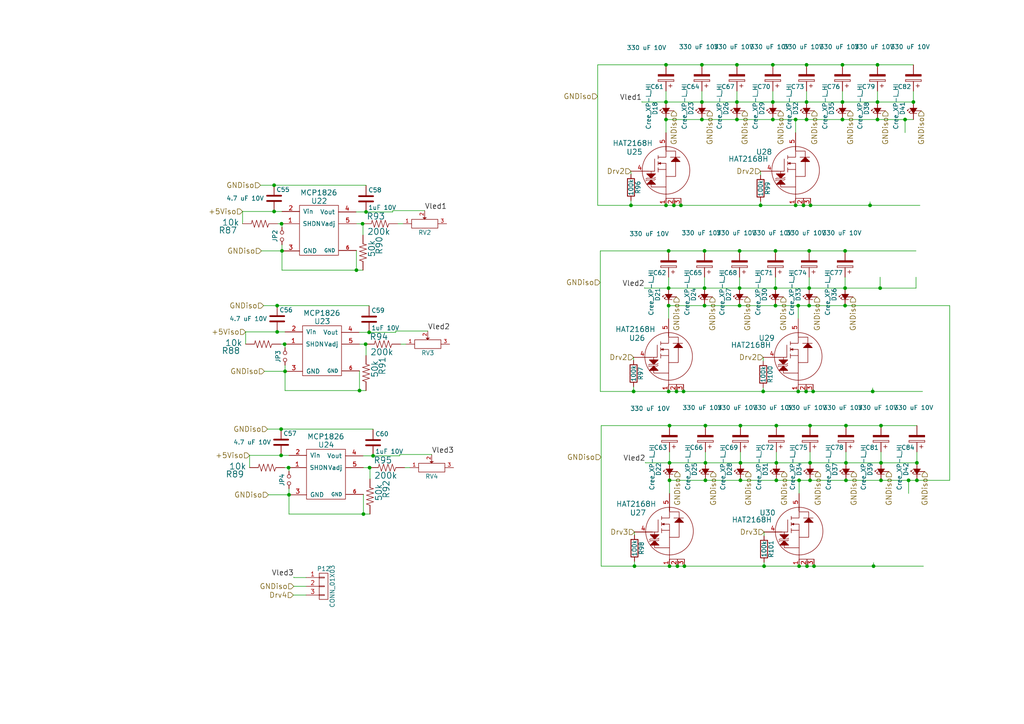
<source format=kicad_sch>
(kicad_sch (version 20230121) (generator eeschema)
  (paper "A4")
  (junction (at 193.929 72.771))
  (junction (at 213.741 34.671))
  (junction (at 83.693 135.636))
  (junction (at 224.917 72.771))
  (junction (at 265.938 134.239))
  (junction (at 193.167 59.563))
  (junction (at 230.759 59.563))
  (junction (at 203.581 34.671))
  (junction (at 213.741 29.591))
  (junction (at 230.759 34.671))
  (junction (at 107.061 96.393))
  (junction (at 220.599 59.563))
  (junction (at 198.501 164.211))
  (junction (at 196.215 113.538))
  (junction (at 233.934 34.671))
  (junction (at 233.934 29.591))
  (junction (at 234.95 139.319))
  (junction (at 106.045 99.822))
  (junction (at 195.453 59.563))
  (junction (at 245.11 88.646))
  (junction (at 193.929 83.566))
  (junction (at 224.155 29.591))
  (junction (at 262.509 34.671))
  (junction (at 204.343 88.646))
  (junction (at 81.534 132.08))
  (junction (at 263.525 139.319))
  (junction (at 204.597 123.444))
  (junction (at 194.183 139.319))
  (junction (at 252.349 59.563))
  (junction (at 234.95 123.444))
  (junction (at 79.502 53.721))
  (junction (at 225.171 134.239))
  (junction (at 214.503 83.566))
  (junction (at 253.365 164.211))
  (junction (at 193.929 113.538))
  (junction (at 193.929 88.646))
  (junction (at 83.82 143.51))
  (junction (at 255.524 123.444))
  (junction (at 213.741 18.796))
  (junction (at 214.757 139.319))
  (junction (at 231.521 88.646))
  (junction (at 231.775 139.319))
  (junction (at 108.204 132.207))
  (junction (at 204.597 139.319))
  (junction (at 107.188 135.636))
  (junction (at 255.524 134.239))
  (junction (at 244.348 18.796))
  (junction (at 234.061 164.211))
  (junction (at 245.364 134.239))
  (junction (at 81.788 72.771))
  (junction (at 183.007 59.563))
  (junction (at 193.167 18.796))
  (junction (at 255.27 83.566))
  (junction (at 105.41 149.098))
  (junction (at 204.343 83.566))
  (junction (at 224.155 34.671))
  (junction (at 105.156 64.897))
  (junction (at 103.378 78.359))
  (junction (at 194.183 123.444))
  (junction (at 231.775 164.211))
  (junction (at 234.696 72.771))
  (junction (at 81.534 124.46))
  (junction (at 82.55 99.822))
  (junction (at 221.361 113.538))
  (junction (at 194.183 134.239))
  (junction (at 80.391 96.266))
  (junction (at 233.045 59.563))
  (junction (at 253.111 113.538))
  (junction (at 264.922 29.591))
  (junction (at 234.95 134.239))
  (junction (at 255.524 139.319))
  (junction (at 245.11 83.566))
  (junction (at 203.581 18.796))
  (junction (at 79.502 61.341))
  (junction (at 104.267 113.284))
  (junction (at 81.661 64.897))
  (junction (at 225.171 123.444))
  (junction (at 80.391 88.646))
  (junction (at 193.167 34.671))
  (junction (at 214.503 88.646))
  (junction (at 197.485 59.563))
  (junction (at 221.615 164.211))
  (junction (at 194.183 164.211))
  (junction (at 204.343 72.771))
  (junction (at 236.093 164.211))
  (junction (at 235.077 59.563))
  (junction (at 196.469 164.211))
  (junction (at 265.938 139.319))
  (junction (at 214.757 134.239))
  (junction (at 193.167 29.591))
  (junction (at 106.172 61.468))
  (junction (at 231.521 113.538))
  (junction (at 235.839 113.538))
  (junction (at 245.364 123.444))
  (junction (at 204.597 134.239))
  (junction (at 233.807 113.538))
  (junction (at 225.171 139.319))
  (junction (at 203.581 29.591))
  (junction (at 82.677 107.696))
  (junction (at 214.757 123.444))
  (junction (at 234.696 88.646))
  (junction (at 224.917 83.566))
  (junction (at 214.503 72.771))
  (junction (at 244.348 34.671))
  (junction (at 245.364 139.319))
  (junction (at 233.934 18.796))
  (junction (at 224.155 18.796))
  (junction (at 224.917 88.646))
  (junction (at 183.769 113.538))
  (junction (at 254.508 18.796))
  (junction (at 234.696 83.566))
  (junction (at 254.508 34.671))
  (junction (at 198.247 113.538))
  (junction (at 244.348 29.591))
  (junction (at 184.023 164.211))
  (junction (at 245.11 72.771))
  (junction (at 254.508 29.591))
  (wire (pts (xy 174.371 164.211) (xy 184.023 164.211)))
  (wire (pts (xy 72.39 135.636) (xy 72.39 132.08)))
  (wire (pts (xy 231.521 113.538) (xy 233.807 113.538)))
  (wire (pts (xy 103.378 78.359) (xy 105.283 78.359)))
  (wire (pts (xy 235.839 113.538) (xy 253.111 113.538)))
  (wire (pts (xy 231.775 139.319) (xy 234.95 139.319)))
  (wire (pts (xy 234.696 83.566) (xy 245.11 83.566)))
  (wire (pts (xy 245.11 88.646) (xy 275.463 88.646)))
  (wire (pts (xy 104.267 99.822) (xy 106.045 99.822)))
  (wire (pts (xy 82.677 113.284) (xy 104.267 113.284)))
  (wire (pts (xy 275.463 139.319) (xy 275.463 88.646)))
  (wire (pts (xy 233.934 26.416) (xy 233.934 29.591)))
  (wire (pts (xy 204.597 139.319) (xy 214.757 139.319)))
  (wire (pts (xy 193.167 18.796) (xy 203.581 18.796)))
  (wire (pts (xy 245.364 123.444) (xy 255.524 123.444)))
  (wire (pts (xy 81.534 132.08) (xy 83.82 132.08)))
  (wire (pts (xy 193.929 83.566) (xy 204.343 83.566)))
  (wire (pts (xy 263.525 139.319) (xy 265.938 139.319)))
  (wire (pts (xy 173.355 59.563) (xy 183.007 59.563)))
  (wire (pts (xy 118.872 135.636) (xy 117.348 135.636)))
  (wire (pts (xy 197.485 59.563) (xy 220.599 59.563)))
  (wire (pts (xy 81.407 99.822) (xy 82.55 99.822)))
  (wire (pts (xy 233.934 34.671) (xy 244.348 34.671)))
  (wire (pts (xy 184.023 154.305) (xy 184.023 155.194)))
  (wire (pts (xy 88.773 172.593) (xy 85.09 172.593)))
  (wire (pts (xy 194.183 164.211) (xy 196.469 164.211)))
  (wire (pts (xy 265.684 83.566) (xy 265.684 80.391)))
  (wire (pts (xy 253.365 164.211) (xy 267.843 164.211)))
  (wire (pts (xy 183.007 59.563) (xy 193.167 59.563)))
  (wire (pts (xy 204.343 88.646) (xy 214.503 88.646)))
  (wire (pts (xy 224.155 29.591) (xy 233.934 29.591)))
  (wire (pts (xy 194.183 134.239) (xy 194.183 131.064)))
  (wire (pts (xy 236.093 164.211) (xy 253.365 164.211)))
  (wire (pts (xy 224.155 34.671) (xy 230.759 34.671)))
  (wire (pts (xy 83.82 143.51) (xy 83.82 149.098)))
  (wire (pts (xy 214.503 80.391) (xy 214.503 83.566)))
  (wire (pts (xy 81.788 72.771) (xy 81.788 78.359)))
  (wire (pts (xy 225.171 134.239) (xy 234.95 134.239)))
  (wire (pts (xy 255.27 83.566) (xy 265.684 83.566)))
  (wire (pts (xy 234.95 123.444) (xy 245.364 123.444)))
  (wire (pts (xy 214.503 83.566) (xy 224.917 83.566)))
  (wire (pts (xy 79.502 53.721) (xy 106.172 53.721)))
  (wire (pts (xy 85.217 167.513) (xy 85.217 167.386)))
  (wire (pts (xy 71.247 96.266) (xy 80.391 96.266)))
  (wire (pts (xy 221.361 113.538) (xy 231.521 113.538)))
  (wire (pts (xy 255.27 80.391) (xy 255.27 83.566)))
  (wire (pts (xy 244.348 26.416) (xy 244.348 29.591)))
  (wire (pts (xy 107.315 135.636) (xy 107.315 138.938)))
  (wire (pts (xy 174.117 72.771) (xy 174.117 113.538)))
  (wire (pts (xy 104.267 113.284) (xy 106.172 113.284)))
  (wire (pts (xy 204.343 72.771) (xy 214.503 72.771)))
  (wire (pts (xy 234.696 80.391) (xy 234.696 83.566)))
  (wire (pts (xy 224.917 83.566) (xy 234.696 83.566)))
  (wire (pts (xy 108.204 124.46) (xy 108.204 124.587)))
  (wire (pts (xy 214.757 123.444) (xy 225.171 123.444)))
  (wire (pts (xy 105.156 64.897) (xy 105.283 64.897)))
  (wire (pts (xy 244.348 18.796) (xy 254.508 18.796)))
  (wire (pts (xy 103.251 61.468) (xy 106.172 61.468)))
  (wire (pts (xy 245.364 134.239) (xy 255.524 134.239)))
  (wire (pts (xy 221.361 112.395) (xy 221.361 113.538)))
  (wire (pts (xy 253.111 112.522) (xy 253.111 113.538)))
  (wire (pts (xy 113.919 61.087) (xy 123.19 61.087)))
  (wire (pts (xy 254.508 26.416) (xy 254.508 29.591)))
  (wire (pts (xy 198.247 113.538) (xy 221.361 113.538)))
  (wire (pts (xy 254.508 29.591) (xy 264.922 29.591)))
  (wire (pts (xy 174.117 113.538) (xy 183.769 113.538)))
  (wire (pts (xy 214.503 72.771) (xy 224.917 72.771)))
  (wire (pts (xy 70.358 61.341) (xy 79.502 61.341)))
  (wire (pts (xy 194.183 139.319) (xy 194.183 143.129)))
  (wire (pts (xy 116.84 64.897) (xy 115.316 64.897)))
  (wire (pts (xy 196.469 164.211) (xy 198.501 164.211)))
  (wire (pts (xy 174.371 123.444) (xy 194.183 123.444)))
  (wire (pts (xy 81.661 64.897) (xy 81.788 64.897)))
  (wire (pts (xy 213.741 34.671) (xy 224.155 34.671)))
  (wire (pts (xy 105.41 143.383) (xy 105.41 149.098)))
  (wire (pts (xy 81.788 64.897) (xy 81.788 65.913)))
  (wire (pts (xy 193.929 113.538) (xy 196.215 113.538)))
  (wire (pts (xy 187.198 134.239) (xy 194.183 134.239)))
  (wire (pts (xy 183.769 113.538) (xy 193.929 113.538)))
  (wire (pts (xy 193.929 72.771) (xy 204.343 72.771)))
  (wire (pts (xy 114.808 96.393) (xy 114.808 96.012)))
  (wire (pts (xy 234.696 88.646) (xy 245.11 88.646)))
  (wire (pts (xy 263.525 139.319) (xy 263.525 143.129)))
  (wire (pts (xy 231.521 88.646) (xy 231.521 92.456)))
  (wire (pts (xy 221.615 163.068) (xy 221.615 164.211)))
  (wire (pts (xy 231.521 88.646) (xy 234.696 88.646)))
  (wire (pts (xy 220.599 59.563) (xy 230.759 59.563)))
  (wire (pts (xy 173.355 18.796) (xy 193.167 18.796)))
  (wire (pts (xy 221.361 103.632) (xy 221.361 104.775)))
  (wire (pts (xy 105.41 135.636) (xy 107.188 135.636)))
  (wire (pts (xy 77.597 124.46) (xy 81.534 124.46)))
  (wire (pts (xy 85.217 170.053) (xy 88.773 170.053)))
  (wire (pts (xy 230.759 59.563) (xy 233.045 59.563)))
  (wire (pts (xy 221.615 154.305) (xy 221.615 155.448)))
  (wire (pts (xy 115.951 132.207) (xy 115.951 131.826)))
  (wire (pts (xy 193.929 88.646) (xy 193.929 92.456)))
  (wire (pts (xy 82.55 99.822) (xy 82.677 99.822)))
  (wire (pts (xy 252.349 59.563) (xy 266.827 59.563)))
  (wire (pts (xy 104.14 96.393) (xy 107.061 96.393)))
  (wire (pts (xy 253.111 113.538) (xy 267.589 113.538)))
  (wire (pts (xy 186.182 29.591) (xy 186.182 29.464)))
  (wire (pts (xy 114.808 96.012) (xy 124.079 96.012)))
  (wire (pts (xy 183.007 49.657) (xy 183.007 50.546)))
  (wire (pts (xy 193.167 34.671) (xy 193.167 38.481)))
  (wire (pts (xy 193.929 88.646) (xy 204.343 88.646)))
  (wire (pts (xy 233.934 18.796) (xy 244.348 18.796)))
  (wire (pts (xy 231.775 164.211) (xy 234.061 164.211)))
  (wire (pts (xy 235.077 59.563) (xy 252.349 59.563)))
  (wire (pts (xy 88.773 167.513) (xy 85.217 167.513)))
  (wire (pts (xy 107.188 135.636) (xy 107.315 135.636)))
  (wire (pts (xy 234.95 139.319) (xy 245.364 139.319)))
  (wire (pts (xy 214.757 139.319) (xy 225.171 139.319)))
  (wire (pts (xy 105.283 132.207) (xy 108.204 132.207)))
  (wire (pts (xy 221.615 164.211) (xy 231.775 164.211)))
  (wire (pts (xy 255.524 131.064) (xy 255.524 134.239)))
  (wire (pts (xy 83.82 143.51) (xy 77.851 143.51)))
  (wire (pts (xy 83.82 149.098) (xy 105.41 149.098)))
  (wire (pts (xy 234.95 134.239) (xy 245.364 134.239)))
  (wire (pts (xy 203.581 18.796) (xy 213.741 18.796)))
  (wire (pts (xy 194.183 123.444) (xy 204.597 123.444)))
  (wire (pts (xy 213.741 29.591) (xy 224.155 29.591)))
  (wire (pts (xy 225.171 131.064) (xy 225.171 134.239)))
  (wire (pts (xy 82.677 99.822) (xy 82.677 100.838)))
  (wire (pts (xy 252.349 58.547) (xy 252.349 59.563)))
  (wire (pts (xy 105.283 64.897) (xy 105.283 68.199)))
  (wire (pts (xy 174.371 123.444) (xy 174.371 164.211)))
  (wire (pts (xy 225.171 139.319) (xy 231.775 139.319)))
  (wire (pts (xy 198.501 164.211) (xy 221.615 164.211)))
  (wire (pts (xy 184.023 162.814) (xy 184.023 164.211)))
  (wire (pts (xy 115.951 131.826) (xy 125.222 131.826)))
  (wire (pts (xy 183.769 103.632) (xy 183.769 104.521)))
  (wire (pts (xy 71.247 99.822) (xy 71.247 96.266)))
  (wire (pts (xy 103.378 64.897) (xy 105.156 64.897)))
  (wire (pts (xy 75.565 53.721) (xy 79.502 53.721)))
  (wire (pts (xy 245.11 72.771) (xy 265.684 72.771)))
  (wire (pts (xy 81.788 70.993) (xy 81.788 72.771)))
  (wire (pts (xy 104.267 107.569) (xy 104.267 113.284)))
  (wire (pts (xy 245.11 80.391) (xy 245.11 83.566)))
  (wire (pts (xy 203.581 26.416) (xy 203.581 29.591)))
  (wire (pts (xy 82.55 135.636) (xy 83.693 135.636)))
  (wire (pts (xy 230.759 34.671) (xy 230.759 38.481)))
  (wire (pts (xy 193.167 29.591) (xy 203.581 29.591)))
  (wire (pts (xy 79.502 61.341) (xy 81.788 61.341)))
  (wire (pts (xy 76.454 88.646) (xy 80.391 88.646)))
  (wire (pts (xy 183.007 58.166) (xy 183.007 59.563)))
  (wire (pts (xy 186.944 83.566) (xy 186.944 83.439)))
  (wire (pts (xy 254.508 18.796) (xy 264.922 18.796)))
  (wire (pts (xy 264.922 29.591) (xy 264.922 26.416)))
  (wire (pts (xy 204.597 123.444) (xy 214.757 123.444)))
  (wire (pts (xy 81.534 124.46) (xy 108.204 124.46)))
  (wire (pts (xy 265.938 139.319) (xy 275.463 139.319)))
  (wire (pts (xy 230.759 34.671) (xy 233.934 34.671)))
  (wire (pts (xy 224.155 26.416) (xy 224.155 29.591)))
  (wire (pts (xy 113.919 61.468) (xy 113.919 61.087)))
  (wire (pts (xy 174.117 72.771) (xy 193.929 72.771)))
  (wire (pts (xy 262.509 34.671) (xy 262.509 38.481)))
  (wire (pts (xy 186.182 29.591) (xy 193.167 29.591)))
  (wire (pts (xy 214.503 88.646) (xy 224.917 88.646)))
  (wire (pts (xy 83.82 135.636) (xy 83.82 136.652)))
  (wire (pts (xy 220.599 49.657) (xy 220.599 50.8)))
  (wire (pts (xy 231.775 139.319) (xy 231.775 143.129)))
  (wire (pts (xy 253.365 163.195) (xy 253.365 164.211)))
  (wire (pts (xy 225.171 123.444) (xy 234.95 123.444)))
  (wire (pts (xy 106.172 61.468) (xy 113.919 61.468)))
  (wire (pts (xy 244.348 29.591) (xy 254.508 29.591)))
  (wire (pts (xy 203.581 34.671) (xy 213.741 34.671)))
  (wire (pts (xy 214.757 134.239) (xy 225.171 134.239)))
  (wire (pts (xy 220.599 58.42) (xy 220.599 59.563)))
  (wire (pts (xy 106.172 99.822) (xy 106.172 103.124)))
  (wire (pts (xy 82.677 107.696) (xy 82.677 113.284)))
  (wire (pts (xy 106.172 53.721) (xy 106.172 53.848)))
  (wire (pts (xy 204.597 131.064) (xy 204.597 134.239)))
  (wire (pts (xy 194.183 134.239) (xy 204.597 134.239)))
  (wire (pts (xy 255.524 139.319) (xy 263.525 139.319)))
  (wire (pts (xy 234.696 72.771) (xy 245.11 72.771)))
  (wire (pts (xy 72.39 132.08) (xy 81.534 132.08)))
  (wire (pts (xy 204.597 134.239) (xy 214.757 134.239)))
  (wire (pts (xy 82.677 105.918) (xy 82.677 107.696)))
  (wire (pts (xy 244.348 34.671) (xy 254.508 34.671)))
  (wire (pts (xy 173.355 18.796) (xy 173.355 59.563)))
  (wire (pts (xy 224.917 88.646) (xy 231.521 88.646)))
  (wire (pts (xy 262.509 34.671) (xy 264.922 34.671)))
  (wire (pts (xy 245.364 139.319) (xy 255.524 139.319)))
  (wire (pts (xy 233.807 113.538) (xy 235.839 113.538)))
  (wire (pts (xy 255.524 123.444) (xy 265.938 123.444)))
  (wire (pts (xy 107.061 96.393) (xy 114.808 96.393)))
  (wire (pts (xy 187.198 134.239) (xy 187.198 134.112)))
  (wire (pts (xy 81.788 72.771) (xy 75.819 72.771)))
  (wire (pts (xy 184.023 164.211) (xy 194.183 164.211)))
  (wire (pts (xy 81.788 78.359) (xy 103.378 78.359)))
  (wire (pts (xy 255.524 134.239) (xy 265.938 134.239)))
  (wire (pts (xy 80.391 96.266) (xy 82.677 96.266)))
  (wire (pts (xy 83.693 135.636) (xy 83.82 135.636)))
  (wire (pts (xy 224.917 72.771) (xy 234.696 72.771)))
  (wire (pts (xy 108.204 132.207) (xy 115.951 132.207)))
  (wire (pts (xy 224.155 18.796) (xy 233.934 18.796)))
  (wire (pts (xy 83.82 141.732) (xy 83.82 143.51)))
  (wire (pts (xy 245.364 131.064) (xy 245.364 134.239)))
  (wire (pts (xy 193.167 59.563) (xy 195.453 59.563)))
  (wire (pts (xy 234.061 164.211) (xy 236.093 164.211)))
  (wire (pts (xy 106.045 99.822) (xy 106.172 99.822)))
  (wire (pts (xy 193.929 80.391) (xy 193.929 83.566)))
  (wire (pts (xy 193.167 26.416) (xy 193.167 29.591)))
  (wire (pts (xy 105.41 149.098) (xy 107.315 149.098)))
  (wire (pts (xy 117.729 99.822) (xy 116.205 99.822)))
  (wire (pts (xy 204.343 83.566) (xy 214.503 83.566)))
  (wire (pts (xy 203.581 29.591) (xy 213.741 29.591)))
  (wire (pts (xy 183.769 112.141) (xy 183.769 113.538)))
  (wire (pts (xy 233.934 29.591) (xy 244.348 29.591)))
  (wire (pts (xy 204.343 80.391) (xy 204.343 83.566)))
  (wire (pts (xy 70.358 64.897) (xy 70.358 61.341)))
  (wire (pts (xy 254.508 34.671) (xy 262.509 34.671)))
  (wire (pts (xy 196.215 113.538) (xy 198.247 113.538)))
  (wire (pts (xy 234.95 131.064) (xy 234.95 134.239)))
  (wire (pts (xy 80.518 64.897) (xy 81.661 64.897)))
  (wire (pts (xy 186.944 83.566) (xy 193.929 83.566)))
  (wire (pts (xy 265.938 134.239) (xy 265.938 131.064)))
  (wire (pts (xy 194.183 139.319) (xy 204.597 139.319)))
  (wire (pts (xy 107.061 88.646) (xy 107.061 88.773)))
  (wire (pts (xy 80.391 88.646) (xy 107.061 88.646)))
  (wire (pts (xy 193.167 34.671) (xy 203.581 34.671)))
  (wire (pts (xy 195.453 59.563) (xy 197.485 59.563)))
  (wire (pts (xy 233.045 59.563) (xy 235.077 59.563)))
  (wire (pts (xy 103.378 72.644) (xy 103.378 78.359)))
  (wire (pts (xy 213.741 26.416) (xy 213.741 29.591)))
  (wire (pts (xy 224.917 80.391) (xy 224.917 83.566)))
  (wire (pts (xy 214.757 131.064) (xy 214.757 134.239)))
  (wire (pts (xy 213.741 18.796) (xy 224.155 18.796)))
  (wire (pts (xy 82.677 107.696) (xy 76.708 107.696)))
  (wire (pts (xy 245.11 83.566) (xy 255.27 83.566)))
  (label "Vled2" (at 186.944 83.439 180) (effects (font (size 1.524 1.524))))
  (label "Vled1" (at 123.19 61.087 0) (effects (font (size 1.524 1.524))))
  (label "Vled1" (at 186.182 29.464 180) (effects (font (size 1.524 1.524))))
  (label "Vled3" (at 85.217 167.386 180) (effects (font (size 1.524 1.524))))
  (label "Vled3" (at 125.222 131.826 0) (effects (font (size 1.524 1.524))))
  (label "Vled2" (at 124.079 96.012 0) (effects (font (size 1.524 1.524))))
  (label "Vled2" (at 187.198 134.112 180) (effects (font (size 1.524 1.524))))
  (hierarchical_label "Drv2" (shape input) (at 183.007 49.657 180) (effects (font (size 1.524 1.524))))
  (hierarchical_label "GNDiso" (shape input) (at 75.819 72.771 180) (effects (font (size 1.524 1.524))))
  (hierarchical_label "GNDiso" (shape input) (at 247.65 136.779 270) (effects (font (size 1.524 1.524))))
  (hierarchical_label "GNDiso" (shape input) (at 237.236 136.779 270) (effects (font (size 1.524 1.524))))
  (hierarchical_label "GNDiso" (shape input) (at 76.454 88.646 180) (effects (font (size 1.524 1.524))))
  (hierarchical_label "GNDiso" (shape input) (at 76.708 107.696 180) (effects (font (size 1.524 1.524))))
  (hierarchical_label "GNDiso" (shape input) (at 256.794 32.131 270) (effects (font (size 1.524 1.524))))
  (hierarchical_label "GNDiso" (shape input) (at 206.883 136.779 270) (effects (font (size 1.524 1.524))))
  (hierarchical_label "GNDiso" (shape input) (at 267.208 32.131 270) (effects (font (size 1.524 1.524))))
  (hierarchical_label "GNDiso" (shape input) (at 206.629 86.106 270) (effects (font (size 1.524 1.524))))
  (hierarchical_label "Drv2" (shape input) (at 220.599 49.657 180) (effects (font (size 1.524 1.524))))
  (hierarchical_label "GNDiso" (shape input) (at 216.789 86.106 270) (effects (font (size 1.524 1.524))))
  (hierarchical_label "GNDiso" (shape input) (at 246.634 32.131 270) (effects (font (size 1.524 1.524))))
  (hierarchical_label "GNDiso" (shape input) (at 227.457 136.779 270) (effects (font (size 1.524 1.524))))
  (hierarchical_label "GNDiso" (shape input) (at 75.565 53.721 180) (effects (font (size 1.524 1.524))))
  (hierarchical_label "+5Viso" (shape input) (at 72.39 132.08 180) (effects (font (size 1.524 1.524))))
  (hierarchical_label "+5Viso" (shape input) (at 70.358 61.341 180) (effects (font (size 1.524 1.524))))
  (hierarchical_label "GNDiso" (shape input) (at 217.043 136.779 270) (effects (font (size 1.524 1.524))))
  (hierarchical_label "GNDiso" (shape input) (at 85.217 170.053 180) (effects (font (size 1.524 1.524))))
  (hierarchical_label "GNDiso" (shape input) (at 173.355 27.94 180) (effects (font (size 1.524 1.524))))
  (hierarchical_label "Drv4" (shape input) (at 85.09 172.593 180) (effects (font (size 1.524 1.524))))
  (hierarchical_label "GNDiso" (shape input) (at 247.396 86.106 270) (effects (font (size 1.524 1.524))))
  (hierarchical_label "GNDiso" (shape input) (at 226.441 32.131 270) (effects (font (size 1.524 1.524))))
  (hierarchical_label "Drv2" (shape input) (at 183.769 103.632 180) (effects (font (size 1.524 1.524))))
  (hierarchical_label "Drv2" (shape input) (at 221.361 103.632 180) (effects (font (size 1.524 1.524))))
  (hierarchical_label "GNDiso" (shape input) (at 195.453 32.131 270) (effects (font (size 1.524 1.524))))
  (hierarchical_label "GNDiso" (shape input) (at 268.224 136.779 270) (effects (font (size 1.524 1.524))))
  (hierarchical_label "GNDiso" (shape input) (at 236.22 32.131 270) (effects (font (size 1.524 1.524))))
  (hierarchical_label "GNDiso" (shape input) (at 236.982 86.106 270) (effects (font (size 1.524 1.524))))
  (hierarchical_label "GNDiso" (shape input) (at 174.371 132.588 180) (effects (font (size 1.524 1.524))))
  (hierarchical_label "GNDiso" (shape input) (at 174.117 81.915 180) (effects (font (size 1.524 1.524))))
  (hierarchical_label "GNDiso" (shape input) (at 77.851 143.51 180) (effects (font (size 1.524 1.524))))
  (hierarchical_label "GNDiso" (shape input) (at 196.215 86.106 270) (effects (font (size 1.524 1.524))))
  (hierarchical_label "Drv3" (shape input) (at 221.615 154.305 180) (effects (font (size 1.524 1.524))))
  (hierarchical_label "GNDiso" (shape input) (at 257.81 136.779 270) (effects (font (size 1.524 1.524))))
  (hierarchical_label "+5Viso" (shape input) (at 71.247 96.266 180) (effects (font (size 1.524 1.524))))
  (hierarchical_label "GNDiso" (shape input) (at 205.867 32.131 270) (effects (font (size 1.524 1.524))))
  (hierarchical_label "Drv3" (shape input) (at 184.023 154.305 180) (effects (font (size 1.524 1.524))))
  (hierarchical_label "GNDiso" (shape input) (at 216.027 32.131 270) (effects (font (size 1.524 1.524))))
  (hierarchical_label "GNDiso" (shape input) (at 77.597 124.46 180) (effects (font (size 1.524 1.524))))
  (hierarchical_label "GNDiso" (shape input) (at 227.203 86.106 270) (effects (font (size 1.524 1.524))))
  (hierarchical_label "GNDiso" (shape input) (at 196.469 136.779 270) (effects (font (size 1.524 1.524))))
  (symbol (lib_id "SPCInterfaceBoard-v01-rescue:Cree_XP-L_HI") (at 193.167 32.131 90) (unit 1)
    (property "Reference" "D18" (at 189.992 33.401 0) (effects (justify left)))
    (property "Value" "Cree_XP-L_HI" (at 188.087 37.592 0) (effects (justify left)))
    (property "Footprint" "SPCInterfaceBoard-SPCPWSSC:Cree_XP-L_HI-vias-4" (effects hide))
  )
  (symbol (lib_id "SPCInterfaceBoard-v01-rescue:HAT2168H") (at 209.931 46.101 0) (unit 1)
    (property "Reference" "U25" (at 184.023 44.069 0) (effects (font (size 1.524 1.524))))
    (property "Value" "HAT2168H" (at 183.515 41.529 0) (effects (font (size 1.524 1.524))))
    (property "Footprint" "SPCInterfaceBoard-SPCPWSSC:SOT-669_LFPAK-vias" (effects hide))
  )
  (symbol (lib_id "SPCInterfaceBoard-v01-rescue:R") (at 183.007 54.356 0) (unit 1)
    (property "Reference" "R96" (at 185.039 54.356 90))
    (property "Value" "100k" (at 183.007 54.356 90))
    (property "Footprint" "SPCInterfaceBoard-SPCPWSSC:r_0603" (effects hide))
    (property "Datasheet" "http://www.digikey.com/product-detail/en/ERJ-3GEYJ104V/P100KGCT-ND/134878" (effects hide))
  )
  (symbol (lib_id "SPCInterfaceBoard-v01-rescue:MCP1826") (at 92.583 67.056 0) (unit 1)
    (property "Reference" "U22" (at 92.583 58.293 0) (effects (font (size 1.524 1.524))))
    (property "Value" "MCP1826" (at 92.456 55.88 0) (effects (font (size 1.524 1.524))))
    (property "Footprint" "w_smd_trans:d-pak-5" (effects hide))
  )
  (symbol (lib_id "SPCInterfaceBoard-v01-rescue:C") (at 79.502 57.531 0) (unit 1)
    (property "Reference" "C55" (at 80.137 54.991 0) (effects (justify left)))
    (property "Value" "4.7 uF 10V" (at 65.659 57.531 0) (effects (justify left)))
    (property "Footprint" "SPCInterfaceBoard-SPCPWSSC:c_0603" (effects hide))
    (property "Datasheet" "http://www.digikey.com/product-detail/en/GRM21BR71A475KA73K/490-6479-1-ND/3845676" (effects hide))
  )
  (symbol (lib_id "SPCInterfaceBoard-v01-rescue:C") (at 106.172 57.658 0) (unit 1)
    (property "Reference" "C58" (at 106.807 55.118 0) (effects (justify left)))
    (property "Value" "1uF 10V" (at 106.807 60.198 0) (effects (justify left)))
    (property "Footprint" "SPCInterfaceBoard-SPCPWSSC:c_0603" (effects hide))
    (property "Datasheet" "http://www.digikey.com/product-detail/en/C1608X7R1A105K080AC/445-5138-1-ND/2093753" (effects hide))
  )
  (symbol (lib_id "SPCInterfaceBoard-v01-rescue:RESISTOR0805-RES_0805") (at 75.438 64.897 180) (unit 1)
    (property "Reference" "R87" (at 68.834 66.802 0) (effects (font (size 1.778 1.778)) (justify left)))
    (property "Value" "10k" (at 69.469 64.516 0) (effects (font (size 1.778 1.778)) (justify left)))
    (property "Footprint" "SPCInterfaceBoard-SPCPWSSC:r_0603" (effects hide))
    (property "Datasheet" "http://www.digikey.com/product-detail/en/ERA-3AEB103V/P10KDBCT-ND/1466076" (effects hide))
  )
  (symbol (lib_id "SPCInterfaceBoard-v01-rescue:Jumper_NO_Small") (at 81.788 68.453 90) (unit 1)
    (property "Reference" "JP2" (at 79.756 68.453 0))
    (property "Value" "Jumper_NO_Small" (effects hide))
    (property "Footprint" "Resistors_SMD:R_0402" (effects hide))
  )
  (symbol (lib_id "SPCInterfaceBoard-v01-rescue:POT-RESCUE-SPCInterfaceBoard-v01") (at 123.19 64.897 0) (unit 1)
    (property "Reference" "RV2" (at 123.19 67.437 0))
    (property "Value" "POT 250k" (effects hide))
    (property "Footprint" "SPCInterfaceBoard-SPCPWSSC:BOURNS3361P" (effects hide))
    (property "Datasheet" "http://www.digikey.com/product-detail/en/3361P-1-254GLF/3361P-1-254GLFCT-ND/1817912" (effects hide))
  )
  (symbol (lib_id "SPCInterfaceBoard-v01-rescue:RESISTOR0805-RES_0805") (at 105.283 73.279 90) (unit 1)
    (property "Reference" "R90" (at 109.982 73.914 0) (effects (font (size 1.778 1.778)) (justify left)))
    (property "Value" "50k" (at 107.823 74.676 0) (effects (font (size 1.778 1.778)) (justify left)))
    (property "Footprint" "SPCInterfaceBoard-SPCPWSSC:r_0603" (effects hide))
    (property "Datasheet" "http://www.digikey.com/product-detail/en/PNM0603E5002BST5/PNM0603-50KBCT-ND/2120388" (effects hide))
  )
  (symbol (lib_id "SPCInterfaceBoard-v01-rescue:RESISTOR0805-RES_0805") (at 110.236 64.897 180) (unit 1)
    (property "Reference" "R93" (at 111.76 62.738 0) (effects (font (size 1.778 1.778)) (justify left)))
    (property "Value" "200k" (at 113.284 67.183 0) (effects (font (size 1.778 1.778)) (justify left)))
    (property "Footprint" "SPCInterfaceBoard-SPCPWSSC:r_0603" (effects hide))
    (property "Datasheet" "http://www.digikey.com/product-detail/en/ERA-3AEB204V/P200KDBCT-ND/1466107" (effects hide))
  )
  (symbol (lib_id "SPCInterfaceBoard-v01-rescue:Cree_XP-L_HI") (at 203.581 32.131 90) (unit 1)
    (property "Reference" "D23" (at 200.406 33.401 0) (effects (justify left)))
    (property "Value" "Cree_XP-L_HI" (at 198.501 37.592 0) (effects (justify left)))
    (property "Footprint" "SPCInterfaceBoard-SPCPWSSC:Cree_XP-L_HI-vias-4" (effects hide))
  )
  (symbol (lib_id "SPCInterfaceBoard-v01-rescue:Cree_XP-L_HI") (at 213.741 32.131 90) (unit 1)
    (property "Reference" "D26" (at 210.566 33.401 0) (effects (justify left)))
    (property "Value" "Cree_XP-L_HI" (at 208.661 37.592 0) (effects (justify left)))
    (property "Footprint" "SPCInterfaceBoard-SPCPWSSC:Cree_XP-L_HI-vias-4" (effects hide))
  )
  (symbol (lib_id "SPCInterfaceBoard-v01-rescue:Cree_XP-L_HI") (at 224.155 32.131 90) (unit 1)
    (property "Reference" "D29" (at 220.98 33.401 0) (effects (justify left)))
    (property "Value" "Cree_XP-L_HI" (at 219.075 37.592 0) (effects (justify left)))
    (property "Footprint" "SPCInterfaceBoard-SPCPWSSC:Cree_XP-L_HI-vias-4" (effects hide))
  )
  (symbol (lib_id "SPCInterfaceBoard-v01-rescue:Cree_XP-L_HI") (at 233.934 32.131 90) (unit 1)
    (property "Reference" "D32" (at 230.759 33.401 0) (effects (justify left)))
    (property "Value" "Cree_XP-L_HI" (at 228.854 37.592 0) (effects (justify left)))
    (property "Footprint" "SPCInterfaceBoard-SPCPWSSC:Cree_XP-L_HI-vias-4" (effects hide))
  )
  (symbol (lib_id "SPCInterfaceBoard-v01-rescue:Cree_XP-L_HI") (at 244.348 32.131 90) (unit 1)
    (property "Reference" "D35" (at 241.173 33.401 0) (effects (justify left)))
    (property "Value" "Cree_XP-L_HI" (at 239.268 37.592 0) (effects (justify left)))
    (property "Footprint" "SPCInterfaceBoard-SPCPWSSC:Cree_XP-L_HI-vias-4" (effects hide))
  )
  (symbol (lib_id "SPCInterfaceBoard-v01-rescue:Cree_XP-L_HI") (at 254.508 32.131 90) (unit 1)
    (property "Reference" "D38" (at 251.333 33.401 0) (effects (justify left)))
    (property "Value" "Cree_XP-L_HI" (at 249.428 37.592 0) (effects (justify left)))
    (property "Footprint" "SPCInterfaceBoard-SPCPWSSC:Cree_XP-L_HI-vias-4" (effects hide))
  )
  (symbol (lib_id "SPCInterfaceBoard-v01-rescue:Cree_XP-L_HI") (at 264.922 32.131 90) (unit 1)
    (property "Reference" "D41" (at 261.747 33.401 0) (effects (justify left)))
    (property "Value" "Cree_XP-L_HI" (at 259.842 37.592 0) (effects (justify left)))
    (property "Footprint" "SPCInterfaceBoard-SPCPWSSC:Cree_XP-L_HI-vias-4" (effects hide))
  )
  (symbol (lib_id "SPCInterfaceBoard-v01-rescue:HAT2168H") (at 247.523 46.101 0) (unit 1)
    (property "Reference" "U28" (at 221.615 44.069 0) (effects (font (size 1.524 1.524))))
    (property "Value" "HAT2168H" (at 217.043 46.101 0) (effects (font (size 1.524 1.524))))
    (property "Footprint" "SPCInterfaceBoard-SPCPWSSC:SOT-669_LFPAK-vias" (effects hide))
  )
  (symbol (lib_id "SPCInterfaceBoard-v01-rescue:CP") (at 203.581 22.606 180) (unit 1)
    (property "Reference" "C64" (at 202.946 25.146 0) (effects (justify left)))
    (property "Value" "330 uF 10V" (at 208.407 13.589 0) (effects (justify left)))
    (property "Footprint" "Capacitors_Tantalum_SMD:TantalC_SizeD_EIA-7343_Reflow" (effects hide))
    (property "Datasheet" "http://www.digikey.com/product-detail/en/10TPB330M/P16449CT-ND/4204231" (effects hide))
  )
  (symbol (lib_id "SPCInterfaceBoard-v01-rescue:CP") (at 213.741 22.606 180) (unit 1)
    (property "Reference" "C67" (at 213.106 25.146 0) (effects (justify left)))
    (property "Value" "330 uF 10V" (at 218.567 13.589 0) (effects (justify left)))
    (property "Footprint" "Capacitors_Tantalum_SMD:TantalC_SizeD_EIA-7343_Reflow" (effects hide))
    (property "Datasheet" "http://www.digikey.com/product-detail/en/10TPB330M/P16449CT-ND/4204231" (effects hide))
  )
  (symbol (lib_id "SPCInterfaceBoard-v01-rescue:CP") (at 224.155 22.606 180) (unit 1)
    (property "Reference" "C70" (at 223.52 25.146 0) (effects (justify left)))
    (property "Value" "330 uF 10V" (at 228.981 13.589 0) (effects (justify left)))
    (property "Footprint" "Capacitors_Tantalum_SMD:TantalC_SizeD_EIA-7343_Reflow" (effects hide))
    (property "Datasheet" "http://www.digikey.com/product-detail/en/10TPB330M/P16449CT-ND/4204231" (effects hide))
  )
  (symbol (lib_id "SPCInterfaceBoard-v01-rescue:CP") (at 233.934 22.606 180) (unit 1)
    (property "Reference" "C73" (at 233.299 25.146 0) (effects (justify left)))
    (property "Value" "330 uF 10V" (at 238.76 13.589 0) (effects (justify left)))
    (property "Footprint" "Capacitors_Tantalum_SMD:TantalC_SizeD_EIA-7343_Reflow" (effects hide))
    (property "Datasheet" "http://www.digikey.com/product-detail/en/10TPB330M/P16449CT-ND/4204231" (effects hide))
  )
  (symbol (lib_id "SPCInterfaceBoard-v01-rescue:CP") (at 244.348 22.606 180) (unit 1)
    (property "Reference" "C76" (at 243.713 25.146 0) (effects (justify left)))
    (property "Value" "330 uF 10V" (at 249.174 13.589 0) (effects (justify left)))
    (property "Footprint" "Capacitors_Tantalum_SMD:TantalC_SizeD_EIA-7343_Reflow" (effects hide))
    (property "Datasheet" "http://www.digikey.com/product-detail/en/10TPB330M/P16449CT-ND/4204231" (effects hide))
  )
  (symbol (lib_id "SPCInterfaceBoard-v01-rescue:CP") (at 254.508 22.606 180) (unit 1)
    (property "Reference" "C79" (at 253.873 25.146 0) (effects (justify left)))
    (property "Value" "330 uF 10V" (at 259.334 13.589 0) (effects (justify left)))
    (property "Footprint" "Capacitors_Tantalum_SMD:TantalC_SizeD_EIA-7343_Reflow" (effects hide))
    (property "Datasheet" "http://www.digikey.com/product-detail/en/10TPB330M/P16449CT-ND/4204231" (effects hide))
  )
  (symbol (lib_id "SPCInterfaceBoard-v01-rescue:CP") (at 264.922 22.606 180) (unit 1)
    (property "Reference" "C82" (at 264.287 25.146 0) (effects (justify left)))
    (property "Value" "330 uF 10V" (at 269.748 13.589 0) (effects (justify left)))
    (property "Footprint" "Capacitors_Tantalum_SMD:TantalC_SizeD_EIA-7343_Reflow" (effects hide))
    (property "Datasheet" "http://www.digikey.com/product-detail/en/10TPB330M/P16449CT-ND/4204231" (effects hide))
  )
  (symbol (lib_id "SPCInterfaceBoard-v01-rescue:CP") (at 193.167 22.606 180) (unit 1)
    (property "Reference" "C61" (at 192.532 25.146 0) (effects (justify left)))
    (property "Value" "330 uF 10V" (at 193.294 13.843 0) (effects (justify left)))
    (property "Footprint" "Capacitors_Tantalum_SMD:TantalC_SizeD_EIA-7343_Reflow" (effects hide))
    (property "Datasheet" "http://www.digikey.com/product-detail/en/10TPB330M/P16449CT-ND/4204231" (effects hide))
  )
  (symbol (lib_id "SPCInterfaceBoard-v01-rescue:R") (at 220.599 54.61 0) (unit 1)
    (property "Reference" "R99" (at 222.631 54.61 90))
    (property "Value" "100k" (at 220.599 54.61 90))
    (property "Footprint" "SPCInterfaceBoard-SPCPWSSC:r_0603" (effects hide))
    (property "Datasheet" "http://www.digikey.com/product-detail/en/ERJ-3GEYJ104V/P100KGCT-ND/134878" (effects hide))
  )
  (symbol (lib_id "SPCInterfaceBoard-v01-rescue:MCP1826") (at 93.472 101.981 0) (unit 1)
    (property "Reference" "U23" (at 93.472 93.218 0) (effects (font (size 1.524 1.524))))
    (property "Value" "MCP1826" (at 93.345 90.805 0) (effects (font (size 1.524 1.524))))
    (property "Footprint" "w_smd_trans:d-pak-5" (effects hide))
  )
  (symbol (lib_id "SPCInterfaceBoard-v01-rescue:C") (at 80.391 92.456 0) (unit 1)
    (property "Reference" "C56" (at 81.026 89.916 0) (effects (justify left)))
    (property "Value" "4.7 uF 10V" (at 66.548 92.456 0) (effects (justify left)))
    (property "Footprint" "SPCInterfaceBoard-SPCPWSSC:c_0603" (effects hide))
    (property "Datasheet" "http://www.digikey.com/product-detail/en/GRM21BR71A475KA73K/490-6479-1-ND/3845676" (effects hide))
  )
  (symbol (lib_id "SPCInterfaceBoard-v01-rescue:C") (at 107.061 92.583 0) (unit 1)
    (property "Reference" "C59" (at 107.696 90.043 0) (effects (justify left)))
    (property "Value" "1uF 10V" (at 107.696 95.123 0) (effects (justify left)))
    (property "Footprint" "SPCInterfaceBoard-SPCPWSSC:c_0603" (effects hide))
    (property "Datasheet" "http://www.digikey.com/product-detail/en/C1608X7R1A105K080AC/445-5138-1-ND/2093753" (effects hide))
  )
  (symbol (lib_id "SPCInterfaceBoard-v01-rescue:RESISTOR0805-RES_0805") (at 76.327 99.822 180) (unit 1)
    (property "Reference" "R88" (at 69.723 101.727 0) (effects (font (size 1.778 1.778)) (justify left)))
    (property "Value" "10k" (at 70.358 99.441 0) (effects (font (size 1.778 1.778)) (justify left)))
    (property "Footprint" "SPCInterfaceBoard-SPCPWSSC:r_0603" (effects hide))
    (property "Datasheet" "http://www.digikey.com/product-detail/en/ERA-3AEB103V/P10KDBCT-ND/1466076" (effects hide))
  )
  (symbol (lib_id "SPCInterfaceBoard-v01-rescue:Jumper_NO_Small") (at 82.677 103.378 90) (unit 1)
    (property "Reference" "JP3" (at 80.645 103.378 0))
    (property "Value" "Jumper_NO_Small" (effects hide))
    (property "Footprint" "Resistors_SMD:R_0402" (effects hide))
  )
  (symbol (lib_id "SPCInterfaceBoard-v01-rescue:POT-RESCUE-SPCInterfaceBoard-v01") (at 124.079 99.822 0) (unit 1)
    (property "Reference" "RV3" (at 124.079 102.362 0))
    (property "Value" "POT 250k" (effects hide))
    (property "Footprint" "SPCInterfaceBoard-SPCPWSSC:BOURNS3361P" (effects hide))
    (property "Datasheet" "http://www.digikey.com/product-detail/en/3361P-1-254GLF/3361P-1-254GLFCT-ND/1817912" (effects hide))
  )
  (symbol (lib_id "SPCInterfaceBoard-v01-rescue:RESISTOR0805-RES_0805") (at 106.172 108.204 90) (unit 1)
    (property "Reference" "R91" (at 110.871 108.839 0) (effects (font (size 1.778 1.778)) (justify left)))
    (property "Value" "50k" (at 108.712 109.601 0) (effects (font (size 1.778 1.778)) (justify left)))
    (property "Footprint" "SPCInterfaceBoard-SPCPWSSC:r_0603" (effects hide))
    (property "Datasheet" "http://www.digikey.com/product-detail/en/PNM0603E5002BST5/PNM0603-50KBCT-ND/2120388" (effects hide))
  )
  (symbol (lib_id "SPCInterfaceBoard-v01-rescue:RESISTOR0805-RES_0805") (at 111.125 99.822 180) (unit 1)
    (property "Reference" "R94" (at 112.649 97.663 0) (effects (font (size 1.778 1.778)) (justify left)))
    (property "Value" "200k" (at 114.173 102.108 0) (effects (font (size 1.778 1.778)) (justify left)))
    (property "Footprint" "SPCInterfaceBoard-SPCPWSSC:r_0603" (effects hide))
    (property "Datasheet" "http://www.digikey.com/product-detail/en/ERA-3AEB204V/P200KDBCT-ND/1466107" (effects hide))
  )
  (symbol (lib_id "SPCInterfaceBoard-v01-rescue:Cree_XP-L_HI") (at 193.929 86.106 90) (unit 1)
    (property "Reference" "D21" (at 190.754 87.376 0) (effects (justify left)))
    (property "Value" "Cree_XP-L_HI" (at 188.849 91.567 0) (effects (justify left)))
    (property "Footprint" "SPCInterfaceBoard-SPCPWSSC:Cree_XP-L_HI-vias-4" (effects hide))
  )
  (symbol (lib_id "SPCInterfaceBoard-v01-rescue:HAT2168H") (at 210.693 100.076 0) (unit 1)
    (property "Reference" "U26" (at 184.785 98.044 0) (effects (font (size 1.524 1.524))))
    (property "Value" "HAT2168H" (at 184.277 95.504 0) (effects (font (size 1.524 1.524))))
    (property "Footprint" "SPCInterfaceBoard-SPCPWSSC:SOT-669_LFPAK-vias" (effects hide))
  )
  (symbol (lib_id "SPCInterfaceBoard-v01-rescue:R") (at 183.769 108.331 0) (unit 1)
    (property "Reference" "R97" (at 185.801 108.331 90))
    (property "Value" "100k" (at 183.769 108.331 90))
    (property "Footprint" "SPCInterfaceBoard-SPCPWSSC:r_0603" (effects hide))
    (property "Datasheet" "http://www.digikey.com/product-detail/en/ERJ-3GEYJ104V/P100KGCT-ND/134878" (effects hide))
  )
  (symbol (lib_id "SPCInterfaceBoard-v01-rescue:Cree_XP-L_HI") (at 204.343 86.106 90) (unit 1)
    (property "Reference" "D24" (at 201.168 87.376 0) (effects (justify left)))
    (property "Value" "Cree_XP-L_HI" (at 199.263 91.567 0) (effects (justify left)))
    (property "Footprint" "SPCInterfaceBoard-SPCPWSSC:Cree_XP-L_HI-vias-4" (effects hide))
  )
  (symbol (lib_id "SPCInterfaceBoard-v01-rescue:Cree_XP-L_HI") (at 214.503 86.106 90) (unit 1)
    (property "Reference" "D27" (at 211.328 87.376 0) (effects (justify left)))
    (property "Value" "Cree_XP-L_HI" (at 209.423 91.567 0) (effects (justify left)))
    (property "Footprint" "SPCInterfaceBoard-SPCPWSSC:Cree_XP-L_HI-vias-4" (effects hide))
  )
  (symbol (lib_id "SPCInterfaceBoard-v01-rescue:Cree_XP-L_HI") (at 224.917 86.106 90) (unit 1)
    (property "Reference" "D30" (at 221.742 87.376 0) (effects (justify left)))
    (property "Value" "Cree_XP-L_HI" (at 219.837 91.567 0) (effects (justify left)))
    (property "Footprint" "SPCInterfaceBoard-SPCPWSSC:Cree_XP-L_HI-vias-4" (effects hide))
  )
  (symbol (lib_id "SPCInterfaceBoard-v01-rescue:Cree_XP-L_HI") (at 234.696 86.106 90) (unit 1)
    (property "Reference" "D33" (at 231.521 87.376 0) (effects (justify left)))
    (property "Value" "Cree_XP-L_HI" (at 229.616 91.567 0) (effects (justify left)))
    (property "Footprint" "SPCInterfaceBoard-SPCPWSSC:Cree_XP-L_HI-vias-4" (effects hide))
  )
  (symbol (lib_id "SPCInterfaceBoard-v01-rescue:Cree_XP-L_HI") (at 245.11 86.106 90) (unit 1)
    (property "Reference" "D36" (at 241.935 87.376 0) (effects (justify left)))
    (property "Value" "Cree_XP-L_HI" (at 240.03 91.567 0) (effects (justify left)))
    (property "Footprint" "SPCInterfaceBoard-SPCPWSSC:Cree_XP-L_HI-vias-4" (effects hide))
  )
  (symbol (lib_id "SPCInterfaceBoard-v01-rescue:HAT2168H") (at 248.285 100.076 0) (unit 1)
    (property "Reference" "U29" (at 222.377 98.044 0) (effects (font (size 1.524 1.524))))
    (property "Value" "HAT2168H" (at 217.805 100.076 0) (effects (font (size 1.524 1.524))))
    (property "Footprint" "SPCInterfaceBoard-SPCPWSSC:SOT-669_LFPAK-vias" (effects hide))
  )
  (symbol (lib_id "SPCInterfaceBoard-v01-rescue:CP") (at 204.343 76.581 180) (unit 1)
    (property "Reference" "C65" (at 203.708 79.121 0) (effects (justify left)))
    (property "Value" "330 uF 10V" (at 209.169 67.564 0) (effects (justify left)))
    (property "Footprint" "Capacitors_Tantalum_SMD:TantalC_SizeD_EIA-7343_Reflow" (effects hide))
    (property "Datasheet" "http://www.digikey.com/product-detail/en/10TPB330M/P16449CT-ND/4204231" (effects hide))
  )
  (symbol (lib_id "SPCInterfaceBoard-v01-rescue:CP") (at 214.503 76.581 180) (unit 1)
    (property "Reference" "C68" (at 213.868 79.121 0) (effects (justify left)))
    (property "Value" "330 uF 10V" (at 219.329 67.564 0) (effects (justify left)))
    (property "Footprint" "Capacitors_Tantalum_SMD:TantalC_SizeD_EIA-7343_Reflow" (effects hide))
    (property "Datasheet" "http://www.digikey.com/product-detail/en/10TPB330M/P16449CT-ND/4204231" (effects hide))
  )
  (symbol (lib_id "SPCInterfaceBoard-v01-rescue:CP") (at 224.917 76.581 180) (unit 1)
    (property "Reference" "C71" (at 224.282 79.121 0) (effects (justify left)))
    (property "Value" "330 uF 10V" (at 229.743 67.564 0) (effects (justify left)))
    (property "Footprint" "Capacitors_Tantalum_SMD:TantalC_SizeD_EIA-7343_Reflow" (effects hide))
    (property "Datasheet" "http://www.digikey.com/product-detail/en/10TPB330M/P16449CT-ND/4204231" (effects hide))
  )
  (symbol (lib_id "SPCInterfaceBoard-v01-rescue:CP") (at 234.696 76.581 180) (unit 1)
    (property "Reference" "C74" (at 234.061 79.121 0) (effects (justify left)))
    (property "Value" "330 uF 10V" (at 239.522 67.564 0) (effects (justify left)))
    (property "Footprint" "Capacitors_Tantalum_SMD:TantalC_SizeD_EIA-7343_Reflow" (effects hide))
    (property "Datasheet" "http://www.digikey.com/product-detail/en/10TPB330M/P16449CT-ND/4204231" (effects hide))
  )
  (symbol (lib_id "SPCInterfaceBoard-v01-rescue:CP") (at 245.11 76.581 180) (unit 1)
    (property "Reference" "C77" (at 244.475 79.121 0) (effects (justify left)))
    (property "Value" "330 uF 10V" (at 249.936 67.564 0) (effects (justify left)))
    (property "Footprint" "Capacitors_Tantalum_SMD:TantalC_SizeD_EIA-7343_Reflow" (effects hide))
    (property "Datasheet" "http://www.digikey.com/product-detail/en/10TPB330M/P16449CT-ND/4204231" (effects hide))
  )
  (symbol (lib_id "SPCInterfaceBoard-v01-rescue:CP") (at 193.929 76.581 180) (unit 1)
    (property "Reference" "C62" (at 193.294 79.121 0) (effects (justify left)))
    (property "Value" "330 uF 10V" (at 194.056 67.818 0) (effects (justify left)))
    (property "Footprint" "Capacitors_Tantalum_SMD:TantalC_SizeD_EIA-7343_Reflow" (effects hide))
    (property "Datasheet" "http://www.digikey.com/product-detail/en/10TPB330M/P16449CT-ND/4204231" (effects hide))
  )
  (symbol (lib_id "SPCInterfaceBoard-v01-rescue:R") (at 221.361 108.585 0) (unit 1)
    (property "Reference" "R100" (at 223.393 108.585 90))
    (property "Value" "100k" (at 221.361 108.585 90))
    (property "Footprint" "SPCInterfaceBoard-SPCPWSSC:r_0603" (effects hide))
    (property "Datasheet" "http://www.digikey.com/product-detail/en/ERJ-3GEYJ104V/P100KGCT-ND/134878" (effects hide))
  )
  (symbol (lib_id "SPCInterfaceBoard-v01-rescue:Cree_XP-L_HI") (at 194.183 136.779 90) (unit 1)
    (property "Reference" "D22" (at 191.008 138.049 0) (effects (justify left)))
    (property "Value" "Cree_XP-L_HI" (at 189.103 142.24 0) (effects (justify left)))
    (property "Footprint" "SPCInterfaceBoard-SPCPWSSC:Cree_XP-L_HI-vias-4" (effects hide))
  )
  (symbol (lib_id "SPCInterfaceBoard-v01-rescue:HAT2168H") (at 210.947 150.749 0) (unit 1)
    (property "Reference" "U27" (at 185.039 148.717 0) (effects (font (size 1.524 1.524))))
    (property "Value" "HAT2168H" (at 184.531 146.177 0) (effects (font (size 1.524 1.524))))
    (property "Footprint" "SPCInterfaceBoard-SPCPWSSC:SOT-669_LFPAK-vias" (effects hide))
  )
  (symbol (lib_id "SPCInterfaceBoard-v01-rescue:R") (at 184.023 159.004 0) (unit 1)
    (property "Reference" "R98" (at 186.055 159.004 90))
    (property "Value" "100k" (at 184.023 159.004 90))
    (property "Footprint" "SPCInterfaceBoard-SPCPWSSC:r_0603" (effects hide))
    (property "Datasheet" "http://www.digikey.com/product-detail/en/ERJ-3GEYJ104V/P100KGCT-ND/134878" (effects hide))
  )
  (symbol (lib_id "SPCInterfaceBoard-v01-rescue:Cree_XP-L_HI") (at 204.597 136.779 90) (unit 1)
    (property "Reference" "D25" (at 201.422 138.049 0) (effects (justify left)))
    (property "Value" "Cree_XP-L_HI" (at 199.517 142.24 0) (effects (justify left)))
    (property "Footprint" "SPCInterfaceBoard-SPCPWSSC:Cree_XP-L_HI-vias-4" (effects hide))
  )
  (symbol (lib_id "SPCInterfaceBoard-v01-rescue:Cree_XP-L_HI") (at 214.757 136.779 90) (unit 1)
    (property "Reference" "D28" (at 211.582 138.049 0) (effects (justify left)))
    (property "Value" "Cree_XP-L_HI" (at 209.677 142.24 0) (effects (justify left)))
    (property "Footprint" "SPCInterfaceBoard-SPCPWSSC:Cree_XP-L_HI-vias-4" (effects hide))
  )
  (symbol (lib_id "SPCInterfaceBoard-v01-rescue:Cree_XP-L_HI") (at 225.171 136.779 90) (unit 1)
    (property "Reference" "D31" (at 221.996 138.049 0) (effects (justify left)))
    (property "Value" "Cree_XP-L_HI" (at 220.091 142.24 0) (effects (justify left)))
    (property "Footprint" "SPCInterfaceBoard-SPCPWSSC:Cree_XP-L_HI-vias-4" (effects hide))
  )
  (symbol (lib_id "SPCInterfaceBoard-v01-rescue:Cree_XP-L_HI") (at 234.95 136.779 90) (unit 1)
    (property "Reference" "D34" (at 231.775 138.049 0) (effects (justify left)))
    (property "Value" "Cree_XP-L_HI" (at 229.87 142.24 0) (effects (justify left)))
    (property "Footprint" "SPCInterfaceBoard-SPCPWSSC:Cree_XP-L_HI-vias-4" (effects hide))
  )
  (symbol (lib_id "SPCInterfaceBoard-v01-rescue:Cree_XP-L_HI") (at 245.364 136.779 90) (unit 1)
    (property "Reference" "D37" (at 242.189 138.049 0) (effects (justify left)))
    (property "Value" "Cree_XP-L_HI" (at 240.284 142.24 0) (effects (justify left)))
    (property "Footprint" "SPCInterfaceBoard-SPCPWSSC:Cree_XP-L_HI-vias-4" (effects hide))
  )
  (symbol (lib_id "SPCInterfaceBoard-v01-rescue:Cree_XP-L_HI") (at 255.524 136.779 90) (unit 1)
    (property "Reference" "D39" (at 252.349 138.049 0) (effects (justify left)))
    (property "Value" "Cree_XP-L_HI" (at 250.444 142.24 0) (effects (justify left)))
    (property "Footprint" "SPCInterfaceBoard-SPCPWSSC:Cree_XP-L_HI-vias-4" (effects hide))
  )
  (symbol (lib_id "SPCInterfaceBoard-v01-rescue:Cree_XP-L_HI") (at 265.938 136.779 90) (unit 1)
    (property "Reference" "D42" (at 262.763 138.049 0) (effects (justify left)))
    (property "Value" "Cree_XP-L_HI" (at 260.858 142.24 0) (effects (justify left)))
    (property "Footprint" "SPCInterfaceBoard-SPCPWSSC:Cree_XP-L_HI-vias-4" (effects hide))
  )
  (symbol (lib_id "SPCInterfaceBoard-v01-rescue:HAT2168H") (at 248.539 150.749 0) (unit 1)
    (property "Reference" "U30" (at 222.631 148.717 0) (effects (font (size 1.524 1.524))))
    (property "Value" "HAT2168H" (at 218.059 150.749 0) (effects (font (size 1.524 1.524))))
    (property "Footprint" "SPCInterfaceBoard-SPCPWSSC:SOT-669_LFPAK-vias" (effects hide))
  )
  (symbol (lib_id "SPCInterfaceBoard-v01-rescue:CP") (at 204.597 127.254 180) (unit 1)
    (property "Reference" "C66" (at 203.962 129.794 0) (effects (justify left)))
    (property "Value" "330 uF 10V" (at 209.423 118.237 0) (effects (justify left)))
    (property "Footprint" "Capacitors_Tantalum_SMD:TantalC_SizeD_EIA-7343_Reflow" (effects hide))
    (property "Datasheet" "http://www.digikey.com/product-detail/en/10TPB330M/P16449CT-ND/4204231" (effects hide))
  )
  (symbol (lib_id "SPCInterfaceBoard-v01-rescue:CP") (at 214.757 127.254 180) (unit 1)
    (property "Reference" "C69" (at 214.122 129.794 0) (effects (justify left)))
    (property "Value" "330 uF 10V" (at 219.583 118.237 0) (effects (justify left)))
    (property "Footprint" "Capacitors_Tantalum_SMD:TantalC_SizeD_EIA-7343_Reflow" (effects hide))
    (property "Datasheet" "http://www.digikey.com/product-detail/en/10TPB330M/P16449CT-ND/4204231" (effects hide))
  )
  (symbol (lib_id "SPCInterfaceBoard-v01-rescue:CP") (at 225.171 127.254 180) (unit 1)
    (property "Reference" "C72" (at 224.536 129.794 0) (effects (justify left)))
    (property "Value" "330 uF 10V" (at 229.997 118.237 0) (effects (justify left)))
    (property "Footprint" "Capacitors_Tantalum_SMD:TantalC_SizeD_EIA-7343_Reflow" (effects hide))
    (property "Datasheet" "http://www.digikey.com/product-detail/en/10TPB330M/P16449CT-ND/4204231" (effects hide))
  )
  (symbol (lib_id "SPCInterfaceBoard-v01-rescue:CP") (at 234.95 127.254 180) (unit 1)
    (property "Reference" "C75" (at 234.315 129.794 0) (effects (justify left)))
    (property "Value" "330 uF 10V" (at 239.776 118.237 0) (effects (justify left)))
    (property "Footprint" "Capacitors_Tantalum_SMD:TantalC_SizeD_EIA-7343_Reflow" (effects hide))
    (property "Datasheet" "http://www.digikey.com/product-detail/en/10TPB330M/P16449CT-ND/4204231" (effects hide))
  )
  (symbol (lib_id "SPCInterfaceBoard-v01-rescue:CP") (at 245.364 127.254 180) (unit 1)
    (property "Reference" "C78" (at 244.729 129.794 0) (effects (justify left)))
    (property "Value" "330 uF 10V" (at 250.19 118.237 0) (effects (justify left)))
    (property "Footprint" "Capacitors_Tantalum_SMD:TantalC_SizeD_EIA-7343_Reflow" (effects hide))
    (property "Datasheet" "http://www.digikey.com/product-detail/en/10TPB330M/P16449CT-ND/4204231" (effects hide))
  )
  (symbol (lib_id "SPCInterfaceBoard-v01-rescue:CP") (at 255.524 127.254 180) (unit 1)
    (property "Reference" "C81" (at 254.889 129.794 0) (effects (justify left)))
    (property "Value" "330 uF 10V" (at 260.35 118.237 0) (effects (justify left)))
    (property "Footprint" "Capacitors_Tantalum_SMD:TantalC_SizeD_EIA-7343_Reflow" (effects hide))
    (property "Datasheet" "http://www.digikey.com/product-detail/en/10TPB330M/P16449CT-ND/4204231" (effects hide))
  )
  (symbol (lib_id "SPCInterfaceBoard-v01-rescue:CP") (at 265.938 127.254 180) (unit 1)
    (property "Reference" "C84" (at 265.303 129.794 0) (effects (justify left)))
    (property "Value" "330 uF 10V" (at 270.764 118.237 0) (effects (justify left)))
    (property "Footprint" "Capacitors_Tantalum_SMD:TantalC_SizeD_EIA-7343_Reflow" (effects hide))
    (property "Datasheet" "http://www.digikey.com/product-detail/en/10TPB330M/P16449CT-ND/4204231" (effects hide))
  )
  (symbol (lib_id "SPCInterfaceBoard-v01-rescue:CP") (at 194.183 127.254 180) (unit 1)
    (property "Reference" "C63" (at 193.548 129.794 0) (effects (justify left)))
    (property "Value" "330 uF 10V" (at 194.31 118.491 0) (effects (justify left)))
    (property "Footprint" "Capacitors_Tantalum_SMD:TantalC_SizeD_EIA-7343_Reflow" (effects hide))
    (property "Datasheet" "http://www.digikey.com/product-detail/en/10TPB330M/P16449CT-ND/4204231" (effects hide))
  )
  (symbol (lib_id "SPCInterfaceBoard-v01-rescue:R") (at 221.615 159.258 0) (unit 1)
    (property "Reference" "R101" (at 223.647 159.258 90))
    (property "Value" "100k" (at 221.615 159.258 90))
    (property "Footprint" "SPCInterfaceBoard-SPCPWSSC:r_0603" (effects hide))
    (property "Datasheet" "http://www.digikey.com/product-detail/en/ERJ-3GEYJ104V/P100KGCT-ND/134878" (effects hide))
  )
  (symbol (lib_id "SPCInterfaceBoard-v01-rescue:MCP1826") (at 94.615 137.795 0) (unit 1)
    (property "Reference" "U24" (at 94.615 129.032 0) (effects (font (size 1.524 1.524))))
    (property "Value" "MCP1826" (at 94.488 126.619 0) (effects (font (size 1.524 1.524))))
    (property "Footprint" "w_smd_trans:d-pak-5" (effects hide))
  )
  (symbol (lib_id "SPCInterfaceBoard-v01-rescue:C") (at 81.534 128.27 0) (unit 1)
    (property "Reference" "C57" (at 82.169 125.73 0) (effects (justify left)))
    (property "Value" "4.7 uF 10V" (at 67.691 128.27 0) (effects (justify left)))
    (property "Footprint" "SPCInterfaceBoard-SPCPWSSC:c_0603" (effects hide))
    (property "Datasheet" "http://www.digikey.com/product-detail/en/GRM21BR71A475KA73K/490-6479-1-ND/3845676" (effects hide))
  )
  (symbol (lib_id "SPCInterfaceBoard-v01-rescue:C") (at 108.204 128.397 0) (unit 1)
    (property "Reference" "C60" (at 108.839 125.857 0) (effects (justify left)))
    (property "Value" "1uF 10V" (at 108.839 130.937 0) (effects (justify left)))
    (property "Footprint" "SPCInterfaceBoard-SPCPWSSC:c_0603" (effects hide))
    (property "Datasheet" "http://www.digikey.com/product-detail/en/C1608X7R1A105K080AC/445-5138-1-ND/2093753" (effects hide))
  )
  (symbol (lib_id "SPCInterfaceBoard-v01-rescue:RESISTOR0805-RES_0805") (at 77.47 135.636 180) (unit 1)
    (property "Reference" "R89" (at 70.866 137.541 0) (effects (font (size 1.778 1.778)) (justify left)))
    (property "Value" "10k" (at 71.501 135.255 0) (effects (font (size 1.778 1.778)) (justify left)))
    (property "Footprint" "SPCInterfaceBoard-SPCPWSSC:r_0603" (effects hide))
    (property "Datasheet" "http://www.digikey.com/product-detail/en/ERA-3AEB103V/P10KDBCT-ND/1466076" (effects hide))
  )
  (symbol (lib_id "SPCInterfaceBoard-v01-rescue:Jumper_NO_Small") (at 83.82 139.192 90) (unit 1)
    (property "Reference" "JP4" (at 81.788 139.192 0))
    (property "Value" "Jumper_NO_Small" (effects hide))
    (property "Footprint" "Resistors_SMD:R_0402" (effects hide))
  )
  (symbol (lib_id "SPCInterfaceBoard-v01-rescue:POT-RESCUE-SPCInterfaceBoard-v01") (at 125.222 135.636 0) (unit 1)
    (property "Reference" "RV4" (at 125.222 138.176 0))
    (property "Value" "POT 250k" (effects hide))
    (property "Footprint" "SPCInterfaceBoard-SPCPWSSC:BOURNS3361P" (effects hide))
    (property "Datasheet" "http://www.digikey.com/product-detail/en/3361P-1-254GLF/3361P-1-254GLFCT-ND/1817912" (effects hide))
  )
  (symbol (lib_id "SPCInterfaceBoard-v01-rescue:RESISTOR0805-RES_0805") (at 107.315 144.018 90) (unit 1)
    (property "Reference" "R92" (at 112.014 144.653 0) (effects (font (size 1.778 1.778)) (justify left)))
    (property "Value" "50k" (at 109.855 145.415 0) (effects (font (size 1.778 1.778)) (justify left)))
    (property "Footprint" "SPCInterfaceBoard-SPCPWSSC:r_0603" (effects hide))
    (property "Datasheet" "http://www.digikey.com/product-detail/en/PNM0603E5002BST5/PNM0603-50KBCT-ND/2120388" (effects hide))
  )
  (symbol (lib_id "SPCInterfaceBoard-v01-rescue:RESISTOR0805-RES_0805") (at 112.268 135.636 180) (unit 1)
    (property "Reference" "R95" (at 113.792 133.477 0) (effects (font (size 1.778 1.778)) (justify left)))
    (property "Value" "200k" (at 115.316 137.922 0) (effects (font (size 1.778 1.778)) (justify left)))
    (property "Footprint" "SPCInterfaceBoard-SPCPWSSC:r_0603" (effects hide))
    (property "Datasheet" "http://www.digikey.com/product-detail/en/ERA-3AEB204V/P200KDBCT-ND/1466107" (effects hide))
  )
  (symbol (lib_id "SPCInterfaceBoard-v01-rescue:CONN_01X03") (at 93.853 170.053 0) (unit 1)
    (property "Reference" "P12" (at 93.853 164.973 0))
    (property "Value" "CONN_01X03" (at 96.393 170.053 90))
    (property "Footprint" "w_conn_mpt:mpt_0,5%2f3-2,54" (effects hide))
  )
)
</source>
